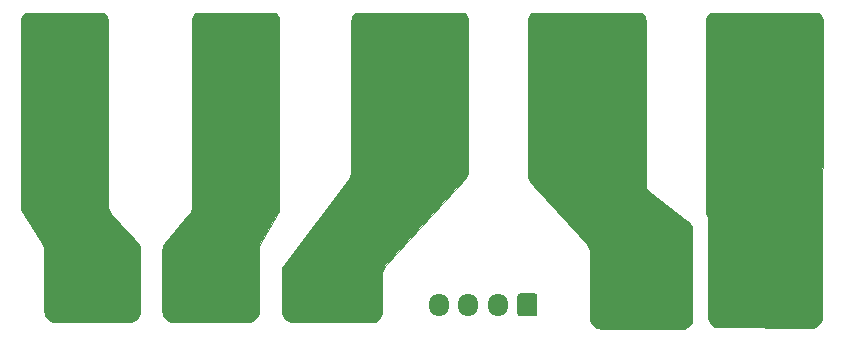
<source format=gbr>
%TF.GenerationSoftware,KiCad,Pcbnew,5.99.0-unknown-r18419-5b078893*%
%TF.CreationDate,2020-05-18T11:46:59+06:00*%
%TF.ProjectId,Flatpack,466c6174-7061-4636-9b2e-6b696361645f,rev?*%
%TF.SameCoordinates,Original*%
%TF.FileFunction,Copper,L2,Bot*%
%TF.FilePolarity,Positive*%
%FSLAX46Y46*%
G04 Gerber Fmt 4.6, Leading zero omitted, Abs format (unit mm)*
G04 Created by KiCad (PCBNEW 5.99.0-unknown-r18419-5b078893) date 2020-05-18 11:46:59*
%MOMM*%
%LPD*%
G01*
G04 APERTURE LIST*
%TA.AperFunction,ComponentPad*%
%ADD10O,1.700000X1.950000*%
%TD*%
%TA.AperFunction,ComponentPad*%
%ADD11C,2.600000*%
%TD*%
%TA.AperFunction,ComponentPad*%
%ADD12R,2.600000X2.600000*%
%TD*%
%TA.AperFunction,ViaPad*%
%ADD13C,0.800000*%
%TD*%
%TA.AperFunction,Conductor*%
%ADD14C,0.100000*%
%TD*%
G04 APERTURE END LIST*
D10*
%TO.P,J1,4,Pin_4*%
%TO.N,+1V0*%
X135950000Y-105000000D03*
%TO.P,J1,3,Pin_3*%
%TO.N,GNDD*%
X138450000Y-105000000D03*
%TO.P,J1,2,Pin_2*%
%TO.N,PRI_LO*%
X140950000Y-105000000D03*
%TO.P,J1,1,Pin_1*%
%TO.N,PRI_HI*%
%TA.AperFunction,ComponentPad*%
G36*
G01*
X144300000Y-104275000D02*
X144300000Y-105725000D01*
G75*
G02*
X144050000Y-105975000I-250000J0D01*
G01*
X142850000Y-105975000D01*
G75*
G02*
X142600000Y-105725000I0J250000D01*
G01*
X142600000Y-104275000D01*
G75*
G02*
X142850000Y-104025000I250000J0D01*
G01*
X144050000Y-104025000D01*
G75*
G02*
X144300000Y-104275000I0J-250000D01*
G01*
G37*
%TD.AperFunction*%
%TD*%
D11*
%TO.P,J3,4,Pin_4*%
%TO.N,GND*%
X165810000Y-103980000D03*
%TO.P,J3,3,Pin_3*%
X160730000Y-103980000D03*
%TO.P,J3,2,Pin_2*%
%TO.N,+48V*%
X155650000Y-103980000D03*
D12*
%TO.P,J3,1,Pin_1*%
X150570000Y-103980000D03*
%TD*%
D11*
%TO.P,J2,6,Pin_6*%
%TO.N,Earth*%
X129400000Y-104000000D03*
%TO.P,J2,5,Pin_5*%
X124320000Y-104000000D03*
%TO.P,J2,4,Pin_4*%
%TO.N,NEUT*%
X119240000Y-104000000D03*
%TO.P,J2,3,Pin_3*%
X114160000Y-104000000D03*
%TO.P,J2,2,Pin_2*%
%TO.N,LINE*%
X109080000Y-104000000D03*
D12*
%TO.P,J2,1,Pin_1*%
X104000000Y-104000000D03*
%TD*%
D13*
%TO.N,LINE*%
X101000000Y-96000000D03*
X103000000Y-96000000D03*
X105000000Y-96000000D03*
X107000000Y-96000000D03*
X106000000Y-94000000D03*
X104000000Y-94000000D03*
X102000000Y-94000000D03*
X101000000Y-92000000D03*
X103000000Y-92000000D03*
X105000000Y-92000000D03*
X107000000Y-92000000D03*
%TO.N,NEUT*%
X116000000Y-96000000D03*
X118000000Y-96000000D03*
X120000000Y-96000000D03*
X122000000Y-96000000D03*
X121000000Y-94000000D03*
X119000000Y-94000000D03*
X117000000Y-94000000D03*
X116000000Y-92000000D03*
X118000000Y-92000000D03*
X120000000Y-92000000D03*
X122000000Y-92000000D03*
%TO.N,+48V*%
X144000000Y-92000000D03*
X146000000Y-92000000D03*
X148000000Y-92000000D03*
X150000000Y-92000000D03*
X152000000Y-92000000D03*
X154000000Y-96000000D03*
%TO.N,GND*%
X168000000Y-96000000D03*
X166000000Y-96000000D03*
X164000000Y-96000000D03*
X162000000Y-96000000D03*
X160000000Y-96000000D03*
X159000000Y-94000000D03*
X161000000Y-94000000D03*
X163000000Y-94000000D03*
X165000000Y-94000000D03*
X167000000Y-94000000D03*
X168000000Y-92000000D03*
X166000000Y-92000000D03*
X164000000Y-92000000D03*
X162000000Y-92000000D03*
X160000000Y-92000000D03*
%TO.N,+48V*%
X152000000Y-96000000D03*
X150000000Y-96000000D03*
X148000000Y-96000000D03*
X146000000Y-96000000D03*
X145000000Y-94000000D03*
X147000000Y-94000000D03*
X149000000Y-94000000D03*
X151000000Y-94000000D03*
X153000000Y-94000000D03*
%TD*%
%TO.N,Earth*%
G36*
X138079801Y-80252488D02*
G01*
X138171972Y-80328278D01*
X138290198Y-80472695D01*
X138377932Y-80637422D01*
X138431797Y-80816121D01*
X138449947Y-81004311D01*
X138422485Y-93696062D01*
X138405637Y-93873342D01*
X138357069Y-94042301D01*
X138278222Y-94199434D01*
X138170409Y-94341182D01*
X131393599Y-101721002D01*
X131392120Y-101722772D01*
X131276465Y-101875319D01*
X131274035Y-101879243D01*
X131188458Y-102051772D01*
X131186805Y-102056081D01*
X131135027Y-102241578D01*
X131134209Y-102246120D01*
X131118156Y-102436878D01*
X131118071Y-102439183D01*
X131149473Y-105527006D01*
X131132625Y-105716419D01*
X131079578Y-105896493D01*
X130992184Y-106062632D01*
X130873847Y-106208365D01*
X130729186Y-106328004D01*
X130563841Y-106416886D01*
X130384246Y-106471550D01*
X130194999Y-106490099D01*
X123635698Y-106482330D01*
X123447585Y-106463553D01*
X123269085Y-106409101D01*
X123104662Y-106320830D01*
X122960646Y-106202139D01*
X122842591Y-106057605D01*
X122755040Y-105892790D01*
X122701374Y-105714057D01*
X122683425Y-105525863D01*
X122694359Y-102119782D01*
X122717185Y-101914421D01*
X122782447Y-101721157D01*
X122888794Y-101543998D01*
X128330847Y-94357273D01*
X128332327Y-94355082D01*
X128445142Y-94166969D01*
X128447359Y-94162164D01*
X128517701Y-93953004D01*
X128518838Y-93947835D01*
X128542617Y-93729781D01*
X128542761Y-93727140D01*
X128551956Y-81001561D01*
X128570581Y-80813767D01*
X128624765Y-80635523D01*
X128712666Y-80471267D01*
X128830912Y-80327304D01*
X128923170Y-80251639D01*
X138079801Y-80252488D01*
G37*
D14*
X138079801Y-80252488D02*
X138171972Y-80328278D01*
X138290198Y-80472695D01*
X138377932Y-80637422D01*
X138431797Y-80816121D01*
X138449947Y-81004311D01*
X138422485Y-93696062D01*
X138405637Y-93873342D01*
X138357069Y-94042301D01*
X138278222Y-94199434D01*
X138170409Y-94341182D01*
X131393599Y-101721002D01*
X131392120Y-101722772D01*
X131276465Y-101875319D01*
X131274035Y-101879243D01*
X131188458Y-102051772D01*
X131186805Y-102056081D01*
X131135027Y-102241578D01*
X131134209Y-102246120D01*
X131118156Y-102436878D01*
X131118071Y-102439183D01*
X131149473Y-105527006D01*
X131132625Y-105716419D01*
X131079578Y-105896493D01*
X130992184Y-106062632D01*
X130873847Y-106208365D01*
X130729186Y-106328004D01*
X130563841Y-106416886D01*
X130384246Y-106471550D01*
X130194999Y-106490099D01*
X123635698Y-106482330D01*
X123447585Y-106463553D01*
X123269085Y-106409101D01*
X123104662Y-106320830D01*
X122960646Y-106202139D01*
X122842591Y-106057605D01*
X122755040Y-105892790D01*
X122701374Y-105714057D01*
X122683425Y-105525863D01*
X122694359Y-102119782D01*
X122717185Y-101914421D01*
X122782447Y-101721157D01*
X122888794Y-101543998D01*
X128330847Y-94357273D01*
X128332327Y-94355082D01*
X128445142Y-94166969D01*
X128447359Y-94162164D01*
X128517701Y-93953004D01*
X128518838Y-93947835D01*
X128542617Y-93729781D01*
X128542761Y-93727140D01*
X128551956Y-81001561D01*
X128570581Y-80813767D01*
X128624765Y-80635523D01*
X128712666Y-80471267D01*
X128830912Y-80327304D01*
X128923170Y-80251639D01*
X138079801Y-80252488D01*
%TO.N,LINE*%
G36*
X107541034Y-80249653D02*
G01*
X107673091Y-80358029D01*
X107791332Y-80502107D01*
X107879190Y-80666478D01*
X107933294Y-80844836D01*
X107951800Y-81032727D01*
X107951800Y-96627283D01*
X107951904Y-96629540D01*
X107969179Y-96816327D01*
X107970009Y-96820773D01*
X108021559Y-97002310D01*
X108023190Y-97006528D01*
X108107161Y-97175531D01*
X108109538Y-97179379D01*
X108222401Y-97329210D01*
X108223843Y-97330951D01*
X110444940Y-99774158D01*
X110552073Y-99916499D01*
X110630145Y-100074093D01*
X110677855Y-100243370D01*
X110693775Y-100420803D01*
X110677817Y-105511709D01*
X110658768Y-105699313D01*
X110604234Y-105877303D01*
X110516065Y-106041253D01*
X110397633Y-106184886D01*
X110253485Y-106302687D01*
X110089155Y-106390137D01*
X109910925Y-106443893D01*
X109723229Y-106462122D01*
X103510543Y-106454438D01*
X103322829Y-106435731D01*
X103144665Y-106381489D01*
X102980493Y-106293558D01*
X102836612Y-106175309D01*
X102718545Y-106031286D01*
X102630816Y-105867004D01*
X102576797Y-105688777D01*
X102558320Y-105501035D01*
X102558320Y-100306455D01*
X102558202Y-100304057D01*
X102538703Y-100105721D01*
X102537767Y-100101007D01*
X102479667Y-99909118D01*
X102477831Y-99904676D01*
X102384039Y-99728835D01*
X102382807Y-99726774D01*
X100717764Y-97229212D01*
X100629099Y-97063003D01*
X100575187Y-96885038D01*
X100556708Y-96697568D01*
X100552020Y-81033008D01*
X100570476Y-80845085D01*
X100624548Y-80666675D01*
X100712391Y-80502252D01*
X100830631Y-80358127D01*
X100963515Y-80249043D01*
X107541034Y-80249653D01*
G37*
X107541034Y-80249653D02*
X107673091Y-80358029D01*
X107791332Y-80502107D01*
X107879190Y-80666478D01*
X107933294Y-80844836D01*
X107951800Y-81032727D01*
X107951800Y-96627283D01*
X107951904Y-96629540D01*
X107969179Y-96816327D01*
X107970009Y-96820773D01*
X108021559Y-97002310D01*
X108023190Y-97006528D01*
X108107161Y-97175531D01*
X108109538Y-97179379D01*
X108222401Y-97329210D01*
X108223843Y-97330951D01*
X110444940Y-99774158D01*
X110552073Y-99916499D01*
X110630145Y-100074093D01*
X110677855Y-100243370D01*
X110693775Y-100420803D01*
X110677817Y-105511709D01*
X110658768Y-105699313D01*
X110604234Y-105877303D01*
X110516065Y-106041253D01*
X110397633Y-106184886D01*
X110253485Y-106302687D01*
X110089155Y-106390137D01*
X109910925Y-106443893D01*
X109723229Y-106462122D01*
X103510543Y-106454438D01*
X103322829Y-106435731D01*
X103144665Y-106381489D01*
X102980493Y-106293558D01*
X102836612Y-106175309D01*
X102718545Y-106031286D01*
X102630816Y-105867004D01*
X102576797Y-105688777D01*
X102558320Y-105501035D01*
X102558320Y-100306455D01*
X102558202Y-100304057D01*
X102538703Y-100105721D01*
X102537767Y-100101007D01*
X102479667Y-99909118D01*
X102477831Y-99904676D01*
X102384039Y-99728835D01*
X102382807Y-99726774D01*
X100717764Y-97229212D01*
X100629099Y-97063003D01*
X100575187Y-96885038D01*
X100556708Y-96697568D01*
X100552020Y-81033008D01*
X100570476Y-80845085D01*
X100624548Y-80666675D01*
X100712391Y-80502252D01*
X100830631Y-80358127D01*
X100963515Y-80249043D01*
X107541034Y-80249653D01*
%TO.N,NEUT*%
G36*
X122077030Y-80251002D02*
G01*
X122176488Y-80332626D01*
X122294732Y-80476707D01*
X122382590Y-80641078D01*
X122436694Y-80819436D01*
X122455200Y-81007327D01*
X122455200Y-96767180D01*
X122440476Y-96934943D01*
X122397310Y-97095508D01*
X122325927Y-97248040D01*
X120839026Y-99813587D01*
X120838029Y-99815497D01*
X120762270Y-99977544D01*
X120760794Y-99981595D01*
X120714279Y-100155438D01*
X120713535Y-100159685D01*
X120698246Y-100337912D01*
X120698157Y-100340064D01*
X120710379Y-105510310D01*
X120692206Y-105698814D01*
X120638198Y-105877794D01*
X120550210Y-106042747D01*
X120431642Y-106187298D01*
X120287089Y-106305845D01*
X120122128Y-106393817D01*
X119943140Y-106447808D01*
X119754639Y-106465964D01*
X113495090Y-106450575D01*
X113307729Y-106431704D01*
X113129913Y-106377433D01*
X112966071Y-106289605D01*
X112822441Y-106171563D01*
X112704535Y-106027838D01*
X112616845Y-105863907D01*
X112562736Y-105686057D01*
X112544030Y-105498663D01*
X112536016Y-100402016D01*
X112561614Y-100179933D01*
X112636749Y-99972435D01*
X112759275Y-99785449D01*
X114806917Y-97336552D01*
X114808611Y-97334270D01*
X114937853Y-97137188D01*
X114940401Y-97132102D01*
X115021369Y-96909252D01*
X115022680Y-96903717D01*
X115050089Y-96669636D01*
X115050255Y-96666799D01*
X115059603Y-81006755D01*
X115078205Y-80818950D01*
X115132375Y-80640687D01*
X115220271Y-80476409D01*
X115338513Y-80332428D01*
X115438534Y-80250387D01*
X122077030Y-80251002D01*
G37*
X122077030Y-80251002D02*
X122176488Y-80332626D01*
X122294732Y-80476707D01*
X122382590Y-80641078D01*
X122436694Y-80819436D01*
X122455200Y-81007327D01*
X122455200Y-96767180D01*
X122440476Y-96934943D01*
X122397310Y-97095508D01*
X122325927Y-97248040D01*
X120839026Y-99813587D01*
X120838029Y-99815497D01*
X120762270Y-99977544D01*
X120760794Y-99981595D01*
X120714279Y-100155438D01*
X120713535Y-100159685D01*
X120698246Y-100337912D01*
X120698157Y-100340064D01*
X120710379Y-105510310D01*
X120692206Y-105698814D01*
X120638198Y-105877794D01*
X120550210Y-106042747D01*
X120431642Y-106187298D01*
X120287089Y-106305845D01*
X120122128Y-106393817D01*
X119943140Y-106447808D01*
X119754639Y-106465964D01*
X113495090Y-106450575D01*
X113307729Y-106431704D01*
X113129913Y-106377433D01*
X112966071Y-106289605D01*
X112822441Y-106171563D01*
X112704535Y-106027838D01*
X112616845Y-105863907D01*
X112562736Y-105686057D01*
X112544030Y-105498663D01*
X112536016Y-100402016D01*
X112561614Y-100179933D01*
X112636749Y-99972435D01*
X112759275Y-99785449D01*
X114806917Y-97336552D01*
X114808611Y-97334270D01*
X114937853Y-97137188D01*
X114940401Y-97132102D01*
X115021369Y-96909252D01*
X115022680Y-96903717D01*
X115050089Y-96669636D01*
X115050255Y-96666799D01*
X115059603Y-81006755D01*
X115078205Y-80818950D01*
X115132375Y-80640687D01*
X115220271Y-80476409D01*
X115338513Y-80332428D01*
X115438534Y-80250387D01*
X122077030Y-80251002D01*
%TO.N,+48V*%
G36*
X153101930Y-80253883D02*
G01*
X153174361Y-80313205D01*
X153292814Y-80457289D01*
X153380856Y-80621726D01*
X153435099Y-80800185D01*
X153453696Y-80988210D01*
X153458273Y-94684416D01*
X153458380Y-94686688D01*
X153475948Y-94874699D01*
X153476790Y-94879173D01*
X153529080Y-95061803D01*
X153530734Y-95066045D01*
X153615841Y-95235881D01*
X153618250Y-95239744D01*
X153733249Y-95390950D01*
X153736329Y-95394302D01*
X153876423Y-95520913D01*
X153878180Y-95522358D01*
X157004781Y-97860232D01*
X157136581Y-97979222D01*
X157242912Y-98118568D01*
X157321859Y-98275073D01*
X157370734Y-98443409D01*
X157388098Y-98620119D01*
X157430352Y-106116176D01*
X157412592Y-106305788D01*
X157358569Y-106485861D01*
X157270169Y-106651786D01*
X157150849Y-106797069D01*
X157005269Y-106916040D01*
X156839136Y-107004031D01*
X156658924Y-107057616D01*
X156469272Y-107074912D01*
X149676154Y-107020034D01*
X149489370Y-107000209D01*
X149312281Y-106945217D01*
X149149240Y-106856902D01*
X149006436Y-106738617D01*
X148889310Y-106594865D01*
X148802316Y-106431118D01*
X148748755Y-106253585D01*
X148730440Y-106066656D01*
X148730440Y-100577009D01*
X148730336Y-100574758D01*
X148713167Y-100388544D01*
X148712343Y-100384111D01*
X148661107Y-100203090D01*
X148659486Y-100198883D01*
X148576014Y-100030282D01*
X148573651Y-100026443D01*
X148461435Y-99876849D01*
X148460002Y-99875111D01*
X143755712Y-94676595D01*
X143649539Y-94535045D01*
X143572061Y-94378497D01*
X143524526Y-94210415D01*
X143508337Y-94034228D01*
X143512927Y-81000393D01*
X143531455Y-80812728D01*
X143585495Y-80634585D01*
X143673215Y-80470381D01*
X143791242Y-80326427D01*
X143880552Y-80253027D01*
X153101930Y-80253883D01*
G37*
X153101930Y-80253883D02*
X153174361Y-80313205D01*
X153292814Y-80457289D01*
X153380856Y-80621726D01*
X153435099Y-80800185D01*
X153453696Y-80988210D01*
X153458273Y-94684416D01*
X153458380Y-94686688D01*
X153475948Y-94874699D01*
X153476790Y-94879173D01*
X153529080Y-95061803D01*
X153530734Y-95066045D01*
X153615841Y-95235881D01*
X153618250Y-95239744D01*
X153733249Y-95390950D01*
X153736329Y-95394302D01*
X153876423Y-95520913D01*
X153878180Y-95522358D01*
X157004781Y-97860232D01*
X157136581Y-97979222D01*
X157242912Y-98118568D01*
X157321859Y-98275073D01*
X157370734Y-98443409D01*
X157388098Y-98620119D01*
X157430352Y-106116176D01*
X157412592Y-106305788D01*
X157358569Y-106485861D01*
X157270169Y-106651786D01*
X157150849Y-106797069D01*
X157005269Y-106916040D01*
X156839136Y-107004031D01*
X156658924Y-107057616D01*
X156469272Y-107074912D01*
X149676154Y-107020034D01*
X149489370Y-107000209D01*
X149312281Y-106945217D01*
X149149240Y-106856902D01*
X149006436Y-106738617D01*
X148889310Y-106594865D01*
X148802316Y-106431118D01*
X148748755Y-106253585D01*
X148730440Y-106066656D01*
X148730440Y-100577009D01*
X148730336Y-100574758D01*
X148713167Y-100388544D01*
X148712343Y-100384111D01*
X148661107Y-100203090D01*
X148659486Y-100198883D01*
X148576014Y-100030282D01*
X148573651Y-100026443D01*
X148461435Y-99876849D01*
X148460002Y-99875111D01*
X143755712Y-94676595D01*
X143649539Y-94535045D01*
X143572061Y-94378497D01*
X143524526Y-94210415D01*
X143508337Y-94034228D01*
X143512927Y-81000393D01*
X143531455Y-80812728D01*
X143585495Y-80634585D01*
X143673215Y-80470381D01*
X143791242Y-80326427D01*
X143880552Y-80253027D01*
X153101930Y-80253883D01*
%TO.N,GND*%
G36*
X168051746Y-80262880D02*
G01*
X168195251Y-80381666D01*
X168312837Y-80526154D01*
X168399992Y-80690795D01*
X168453370Y-80869270D01*
X168471150Y-81057134D01*
X168377115Y-106037542D01*
X168357767Y-106226024D01*
X168302609Y-106404753D01*
X168213528Y-106569223D01*
X168093975Y-106713064D01*
X167948563Y-106830727D01*
X167782941Y-106917638D01*
X167603500Y-106970443D01*
X167414787Y-106987312D01*
X159664356Y-106914651D01*
X159477497Y-106894562D01*
X159300397Y-106839284D01*
X159137394Y-106750659D01*
X158994715Y-106632070D01*
X158877780Y-106488026D01*
X158791047Y-106324018D01*
X158737815Y-106146284D01*
X158719886Y-105959211D01*
X158737612Y-97813932D01*
X158737396Y-97810628D01*
X158711189Y-97614635D01*
X158709434Y-97608242D01*
X158632511Y-97427874D01*
X158632508Y-97427867D01*
X158559426Y-97256658D01*
X158535018Y-97075459D01*
X158549192Y-81016144D01*
X158567950Y-80827832D01*
X158622462Y-80649142D01*
X158710860Y-80484568D01*
X158829738Y-80340448D01*
X158930098Y-80258580D01*
X168026923Y-80249473D01*
X168051746Y-80262880D01*
G37*
X168051746Y-80262880D02*
X168195251Y-80381666D01*
X168312837Y-80526154D01*
X168399992Y-80690795D01*
X168453370Y-80869270D01*
X168471150Y-81057134D01*
X168377115Y-106037542D01*
X168357767Y-106226024D01*
X168302609Y-106404753D01*
X168213528Y-106569223D01*
X168093975Y-106713064D01*
X167948563Y-106830727D01*
X167782941Y-106917638D01*
X167603500Y-106970443D01*
X167414787Y-106987312D01*
X159664356Y-106914651D01*
X159477497Y-106894562D01*
X159300397Y-106839284D01*
X159137394Y-106750659D01*
X158994715Y-106632070D01*
X158877780Y-106488026D01*
X158791047Y-106324018D01*
X158737815Y-106146284D01*
X158719886Y-105959211D01*
X158737612Y-97813932D01*
X158737396Y-97810628D01*
X158711189Y-97614635D01*
X158709434Y-97608242D01*
X158632511Y-97427874D01*
X158632508Y-97427867D01*
X158559426Y-97256658D01*
X158535018Y-97075459D01*
X158549192Y-81016144D01*
X158567950Y-80827832D01*
X158622462Y-80649142D01*
X158710860Y-80484568D01*
X158829738Y-80340448D01*
X158930098Y-80258580D01*
X168026923Y-80249473D01*
X168051746Y-80262880D01*
%TD*%
M02*

</source>
